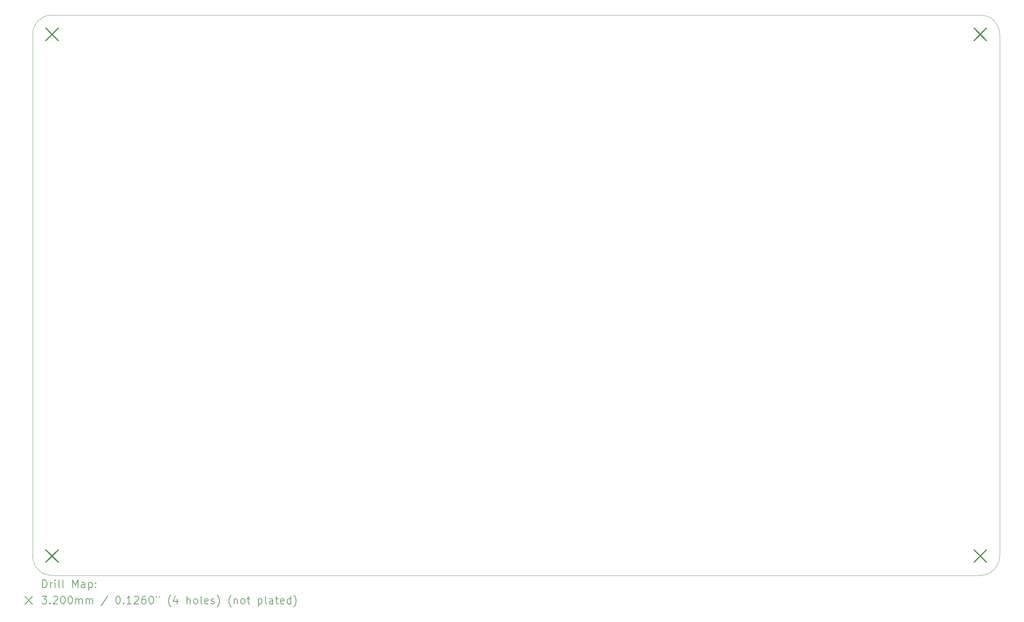
<source format=gbr>
%TF.GenerationSoftware,KiCad,Pcbnew,7.0.10*%
%TF.CreationDate,2024-12-17T12:17:09-06:00*%
%TF.ProjectId,karca_v2,6b617263-615f-4763-922e-6b696361645f,rev?*%
%TF.SameCoordinates,Original*%
%TF.FileFunction,Drillmap*%
%TF.FilePolarity,Positive*%
%FSLAX45Y45*%
G04 Gerber Fmt 4.5, Leading zero omitted, Abs format (unit mm)*
G04 Created by KiCad (PCBNEW 7.0.10) date 2024-12-17 12:17:09*
%MOMM*%
%LPD*%
G01*
G04 APERTURE LIST*
%ADD10C,0.100000*%
%ADD11C,0.200000*%
%ADD12C,0.320000*%
G04 APERTURE END LIST*
D10*
X3088640Y-18138520D02*
G75*
G03*
X3588640Y-18638520I500000J0D01*
G01*
X3088640Y-18138520D02*
X3088640Y-4638520D01*
X27588640Y-18638520D02*
G75*
G03*
X28088640Y-18138520I0J500000D01*
G01*
X28088640Y-4638520D02*
X28088640Y-18138520D01*
X3588640Y-4138520D02*
X27588640Y-4138520D01*
X28088640Y-4638520D02*
G75*
G03*
X27588640Y-4138520I-500000J0D01*
G01*
X27588640Y-18638520D02*
X3588640Y-18638520D01*
X3588640Y-4138520D02*
G75*
G03*
X3088640Y-4638520I0J-500000D01*
G01*
D11*
D12*
X3428640Y-4478520D02*
X3748640Y-4798520D01*
X3748640Y-4478520D02*
X3428640Y-4798520D01*
X3428640Y-17978520D02*
X3748640Y-18298520D01*
X3748640Y-17978520D02*
X3428640Y-18298520D01*
X27428640Y-4478520D02*
X27748640Y-4798520D01*
X27748640Y-4478520D02*
X27428640Y-4798520D01*
X27428640Y-17978520D02*
X27748640Y-18298520D01*
X27748640Y-17978520D02*
X27428640Y-18298520D01*
D11*
X3344417Y-18955004D02*
X3344417Y-18755004D01*
X3344417Y-18755004D02*
X3392036Y-18755004D01*
X3392036Y-18755004D02*
X3420607Y-18764528D01*
X3420607Y-18764528D02*
X3439655Y-18783575D01*
X3439655Y-18783575D02*
X3449179Y-18802623D01*
X3449179Y-18802623D02*
X3458702Y-18840718D01*
X3458702Y-18840718D02*
X3458702Y-18869290D01*
X3458702Y-18869290D02*
X3449179Y-18907385D01*
X3449179Y-18907385D02*
X3439655Y-18926432D01*
X3439655Y-18926432D02*
X3420607Y-18945480D01*
X3420607Y-18945480D02*
X3392036Y-18955004D01*
X3392036Y-18955004D02*
X3344417Y-18955004D01*
X3544417Y-18955004D02*
X3544417Y-18821670D01*
X3544417Y-18859766D02*
X3553941Y-18840718D01*
X3553941Y-18840718D02*
X3563464Y-18831194D01*
X3563464Y-18831194D02*
X3582512Y-18821670D01*
X3582512Y-18821670D02*
X3601560Y-18821670D01*
X3668226Y-18955004D02*
X3668226Y-18821670D01*
X3668226Y-18755004D02*
X3658702Y-18764528D01*
X3658702Y-18764528D02*
X3668226Y-18774051D01*
X3668226Y-18774051D02*
X3677750Y-18764528D01*
X3677750Y-18764528D02*
X3668226Y-18755004D01*
X3668226Y-18755004D02*
X3668226Y-18774051D01*
X3792036Y-18955004D02*
X3772988Y-18945480D01*
X3772988Y-18945480D02*
X3763464Y-18926432D01*
X3763464Y-18926432D02*
X3763464Y-18755004D01*
X3896798Y-18955004D02*
X3877750Y-18945480D01*
X3877750Y-18945480D02*
X3868226Y-18926432D01*
X3868226Y-18926432D02*
X3868226Y-18755004D01*
X4125369Y-18955004D02*
X4125369Y-18755004D01*
X4125369Y-18755004D02*
X4192036Y-18897861D01*
X4192036Y-18897861D02*
X4258703Y-18755004D01*
X4258703Y-18755004D02*
X4258703Y-18955004D01*
X4439655Y-18955004D02*
X4439655Y-18850242D01*
X4439655Y-18850242D02*
X4430131Y-18831194D01*
X4430131Y-18831194D02*
X4411084Y-18821670D01*
X4411084Y-18821670D02*
X4372988Y-18821670D01*
X4372988Y-18821670D02*
X4353941Y-18831194D01*
X4439655Y-18945480D02*
X4420607Y-18955004D01*
X4420607Y-18955004D02*
X4372988Y-18955004D01*
X4372988Y-18955004D02*
X4353941Y-18945480D01*
X4353941Y-18945480D02*
X4344417Y-18926432D01*
X4344417Y-18926432D02*
X4344417Y-18907385D01*
X4344417Y-18907385D02*
X4353941Y-18888337D01*
X4353941Y-18888337D02*
X4372988Y-18878813D01*
X4372988Y-18878813D02*
X4420607Y-18878813D01*
X4420607Y-18878813D02*
X4439655Y-18869290D01*
X4534893Y-18821670D02*
X4534893Y-19021670D01*
X4534893Y-18831194D02*
X4553941Y-18821670D01*
X4553941Y-18821670D02*
X4592036Y-18821670D01*
X4592036Y-18821670D02*
X4611084Y-18831194D01*
X4611084Y-18831194D02*
X4620607Y-18840718D01*
X4620607Y-18840718D02*
X4630131Y-18859766D01*
X4630131Y-18859766D02*
X4630131Y-18916909D01*
X4630131Y-18916909D02*
X4620607Y-18935956D01*
X4620607Y-18935956D02*
X4611084Y-18945480D01*
X4611084Y-18945480D02*
X4592036Y-18955004D01*
X4592036Y-18955004D02*
X4553941Y-18955004D01*
X4553941Y-18955004D02*
X4534893Y-18945480D01*
X4715845Y-18935956D02*
X4725369Y-18945480D01*
X4725369Y-18945480D02*
X4715845Y-18955004D01*
X4715845Y-18955004D02*
X4706322Y-18945480D01*
X4706322Y-18945480D02*
X4715845Y-18935956D01*
X4715845Y-18935956D02*
X4715845Y-18955004D01*
X4715845Y-18831194D02*
X4725369Y-18840718D01*
X4725369Y-18840718D02*
X4715845Y-18850242D01*
X4715845Y-18850242D02*
X4706322Y-18840718D01*
X4706322Y-18840718D02*
X4715845Y-18831194D01*
X4715845Y-18831194D02*
X4715845Y-18850242D01*
X2883640Y-19183520D02*
X3083640Y-19383520D01*
X3083640Y-19183520D02*
X2883640Y-19383520D01*
X3325369Y-19175004D02*
X3449179Y-19175004D01*
X3449179Y-19175004D02*
X3382512Y-19251194D01*
X3382512Y-19251194D02*
X3411083Y-19251194D01*
X3411083Y-19251194D02*
X3430131Y-19260718D01*
X3430131Y-19260718D02*
X3439655Y-19270242D01*
X3439655Y-19270242D02*
X3449179Y-19289290D01*
X3449179Y-19289290D02*
X3449179Y-19336909D01*
X3449179Y-19336909D02*
X3439655Y-19355956D01*
X3439655Y-19355956D02*
X3430131Y-19365480D01*
X3430131Y-19365480D02*
X3411083Y-19375004D01*
X3411083Y-19375004D02*
X3353941Y-19375004D01*
X3353941Y-19375004D02*
X3334893Y-19365480D01*
X3334893Y-19365480D02*
X3325369Y-19355956D01*
X3534893Y-19355956D02*
X3544417Y-19365480D01*
X3544417Y-19365480D02*
X3534893Y-19375004D01*
X3534893Y-19375004D02*
X3525369Y-19365480D01*
X3525369Y-19365480D02*
X3534893Y-19355956D01*
X3534893Y-19355956D02*
X3534893Y-19375004D01*
X3620607Y-19194051D02*
X3630131Y-19184528D01*
X3630131Y-19184528D02*
X3649179Y-19175004D01*
X3649179Y-19175004D02*
X3696798Y-19175004D01*
X3696798Y-19175004D02*
X3715845Y-19184528D01*
X3715845Y-19184528D02*
X3725369Y-19194051D01*
X3725369Y-19194051D02*
X3734893Y-19213099D01*
X3734893Y-19213099D02*
X3734893Y-19232147D01*
X3734893Y-19232147D02*
X3725369Y-19260718D01*
X3725369Y-19260718D02*
X3611083Y-19375004D01*
X3611083Y-19375004D02*
X3734893Y-19375004D01*
X3858702Y-19175004D02*
X3877750Y-19175004D01*
X3877750Y-19175004D02*
X3896798Y-19184528D01*
X3896798Y-19184528D02*
X3906322Y-19194051D01*
X3906322Y-19194051D02*
X3915845Y-19213099D01*
X3915845Y-19213099D02*
X3925369Y-19251194D01*
X3925369Y-19251194D02*
X3925369Y-19298813D01*
X3925369Y-19298813D02*
X3915845Y-19336909D01*
X3915845Y-19336909D02*
X3906322Y-19355956D01*
X3906322Y-19355956D02*
X3896798Y-19365480D01*
X3896798Y-19365480D02*
X3877750Y-19375004D01*
X3877750Y-19375004D02*
X3858702Y-19375004D01*
X3858702Y-19375004D02*
X3839655Y-19365480D01*
X3839655Y-19365480D02*
X3830131Y-19355956D01*
X3830131Y-19355956D02*
X3820607Y-19336909D01*
X3820607Y-19336909D02*
X3811083Y-19298813D01*
X3811083Y-19298813D02*
X3811083Y-19251194D01*
X3811083Y-19251194D02*
X3820607Y-19213099D01*
X3820607Y-19213099D02*
X3830131Y-19194051D01*
X3830131Y-19194051D02*
X3839655Y-19184528D01*
X3839655Y-19184528D02*
X3858702Y-19175004D01*
X4049179Y-19175004D02*
X4068226Y-19175004D01*
X4068226Y-19175004D02*
X4087274Y-19184528D01*
X4087274Y-19184528D02*
X4096798Y-19194051D01*
X4096798Y-19194051D02*
X4106322Y-19213099D01*
X4106322Y-19213099D02*
X4115845Y-19251194D01*
X4115845Y-19251194D02*
X4115845Y-19298813D01*
X4115845Y-19298813D02*
X4106322Y-19336909D01*
X4106322Y-19336909D02*
X4096798Y-19355956D01*
X4096798Y-19355956D02*
X4087274Y-19365480D01*
X4087274Y-19365480D02*
X4068226Y-19375004D01*
X4068226Y-19375004D02*
X4049179Y-19375004D01*
X4049179Y-19375004D02*
X4030131Y-19365480D01*
X4030131Y-19365480D02*
X4020607Y-19355956D01*
X4020607Y-19355956D02*
X4011083Y-19336909D01*
X4011083Y-19336909D02*
X4001560Y-19298813D01*
X4001560Y-19298813D02*
X4001560Y-19251194D01*
X4001560Y-19251194D02*
X4011083Y-19213099D01*
X4011083Y-19213099D02*
X4020607Y-19194051D01*
X4020607Y-19194051D02*
X4030131Y-19184528D01*
X4030131Y-19184528D02*
X4049179Y-19175004D01*
X4201560Y-19375004D02*
X4201560Y-19241670D01*
X4201560Y-19260718D02*
X4211084Y-19251194D01*
X4211084Y-19251194D02*
X4230131Y-19241670D01*
X4230131Y-19241670D02*
X4258703Y-19241670D01*
X4258703Y-19241670D02*
X4277750Y-19251194D01*
X4277750Y-19251194D02*
X4287274Y-19270242D01*
X4287274Y-19270242D02*
X4287274Y-19375004D01*
X4287274Y-19270242D02*
X4296798Y-19251194D01*
X4296798Y-19251194D02*
X4315845Y-19241670D01*
X4315845Y-19241670D02*
X4344417Y-19241670D01*
X4344417Y-19241670D02*
X4363465Y-19251194D01*
X4363465Y-19251194D02*
X4372988Y-19270242D01*
X4372988Y-19270242D02*
X4372988Y-19375004D01*
X4468226Y-19375004D02*
X4468226Y-19241670D01*
X4468226Y-19260718D02*
X4477750Y-19251194D01*
X4477750Y-19251194D02*
X4496798Y-19241670D01*
X4496798Y-19241670D02*
X4525369Y-19241670D01*
X4525369Y-19241670D02*
X4544417Y-19251194D01*
X4544417Y-19251194D02*
X4553941Y-19270242D01*
X4553941Y-19270242D02*
X4553941Y-19375004D01*
X4553941Y-19270242D02*
X4563465Y-19251194D01*
X4563465Y-19251194D02*
X4582512Y-19241670D01*
X4582512Y-19241670D02*
X4611084Y-19241670D01*
X4611084Y-19241670D02*
X4630131Y-19251194D01*
X4630131Y-19251194D02*
X4639655Y-19270242D01*
X4639655Y-19270242D02*
X4639655Y-19375004D01*
X5030131Y-19165480D02*
X4858703Y-19422623D01*
X5287274Y-19175004D02*
X5306322Y-19175004D01*
X5306322Y-19175004D02*
X5325369Y-19184528D01*
X5325369Y-19184528D02*
X5334893Y-19194051D01*
X5334893Y-19194051D02*
X5344417Y-19213099D01*
X5344417Y-19213099D02*
X5353941Y-19251194D01*
X5353941Y-19251194D02*
X5353941Y-19298813D01*
X5353941Y-19298813D02*
X5344417Y-19336909D01*
X5344417Y-19336909D02*
X5334893Y-19355956D01*
X5334893Y-19355956D02*
X5325369Y-19365480D01*
X5325369Y-19365480D02*
X5306322Y-19375004D01*
X5306322Y-19375004D02*
X5287274Y-19375004D01*
X5287274Y-19375004D02*
X5268227Y-19365480D01*
X5268227Y-19365480D02*
X5258703Y-19355956D01*
X5258703Y-19355956D02*
X5249179Y-19336909D01*
X5249179Y-19336909D02*
X5239655Y-19298813D01*
X5239655Y-19298813D02*
X5239655Y-19251194D01*
X5239655Y-19251194D02*
X5249179Y-19213099D01*
X5249179Y-19213099D02*
X5258703Y-19194051D01*
X5258703Y-19194051D02*
X5268227Y-19184528D01*
X5268227Y-19184528D02*
X5287274Y-19175004D01*
X5439655Y-19355956D02*
X5449179Y-19365480D01*
X5449179Y-19365480D02*
X5439655Y-19375004D01*
X5439655Y-19375004D02*
X5430131Y-19365480D01*
X5430131Y-19365480D02*
X5439655Y-19355956D01*
X5439655Y-19355956D02*
X5439655Y-19375004D01*
X5639655Y-19375004D02*
X5525369Y-19375004D01*
X5582512Y-19375004D02*
X5582512Y-19175004D01*
X5582512Y-19175004D02*
X5563465Y-19203575D01*
X5563465Y-19203575D02*
X5544417Y-19222623D01*
X5544417Y-19222623D02*
X5525369Y-19232147D01*
X5715846Y-19194051D02*
X5725369Y-19184528D01*
X5725369Y-19184528D02*
X5744417Y-19175004D01*
X5744417Y-19175004D02*
X5792036Y-19175004D01*
X5792036Y-19175004D02*
X5811084Y-19184528D01*
X5811084Y-19184528D02*
X5820607Y-19194051D01*
X5820607Y-19194051D02*
X5830131Y-19213099D01*
X5830131Y-19213099D02*
X5830131Y-19232147D01*
X5830131Y-19232147D02*
X5820607Y-19260718D01*
X5820607Y-19260718D02*
X5706322Y-19375004D01*
X5706322Y-19375004D02*
X5830131Y-19375004D01*
X6001560Y-19175004D02*
X5963465Y-19175004D01*
X5963465Y-19175004D02*
X5944417Y-19184528D01*
X5944417Y-19184528D02*
X5934893Y-19194051D01*
X5934893Y-19194051D02*
X5915846Y-19222623D01*
X5915846Y-19222623D02*
X5906322Y-19260718D01*
X5906322Y-19260718D02*
X5906322Y-19336909D01*
X5906322Y-19336909D02*
X5915846Y-19355956D01*
X5915846Y-19355956D02*
X5925369Y-19365480D01*
X5925369Y-19365480D02*
X5944417Y-19375004D01*
X5944417Y-19375004D02*
X5982512Y-19375004D01*
X5982512Y-19375004D02*
X6001560Y-19365480D01*
X6001560Y-19365480D02*
X6011084Y-19355956D01*
X6011084Y-19355956D02*
X6020607Y-19336909D01*
X6020607Y-19336909D02*
X6020607Y-19289290D01*
X6020607Y-19289290D02*
X6011084Y-19270242D01*
X6011084Y-19270242D02*
X6001560Y-19260718D01*
X6001560Y-19260718D02*
X5982512Y-19251194D01*
X5982512Y-19251194D02*
X5944417Y-19251194D01*
X5944417Y-19251194D02*
X5925369Y-19260718D01*
X5925369Y-19260718D02*
X5915846Y-19270242D01*
X5915846Y-19270242D02*
X5906322Y-19289290D01*
X6144417Y-19175004D02*
X6163465Y-19175004D01*
X6163465Y-19175004D02*
X6182512Y-19184528D01*
X6182512Y-19184528D02*
X6192036Y-19194051D01*
X6192036Y-19194051D02*
X6201560Y-19213099D01*
X6201560Y-19213099D02*
X6211084Y-19251194D01*
X6211084Y-19251194D02*
X6211084Y-19298813D01*
X6211084Y-19298813D02*
X6201560Y-19336909D01*
X6201560Y-19336909D02*
X6192036Y-19355956D01*
X6192036Y-19355956D02*
X6182512Y-19365480D01*
X6182512Y-19365480D02*
X6163465Y-19375004D01*
X6163465Y-19375004D02*
X6144417Y-19375004D01*
X6144417Y-19375004D02*
X6125369Y-19365480D01*
X6125369Y-19365480D02*
X6115846Y-19355956D01*
X6115846Y-19355956D02*
X6106322Y-19336909D01*
X6106322Y-19336909D02*
X6096798Y-19298813D01*
X6096798Y-19298813D02*
X6096798Y-19251194D01*
X6096798Y-19251194D02*
X6106322Y-19213099D01*
X6106322Y-19213099D02*
X6115846Y-19194051D01*
X6115846Y-19194051D02*
X6125369Y-19184528D01*
X6125369Y-19184528D02*
X6144417Y-19175004D01*
X6287274Y-19175004D02*
X6287274Y-19213099D01*
X6363465Y-19175004D02*
X6363465Y-19213099D01*
X6658703Y-19451194D02*
X6649179Y-19441670D01*
X6649179Y-19441670D02*
X6630131Y-19413099D01*
X6630131Y-19413099D02*
X6620608Y-19394051D01*
X6620608Y-19394051D02*
X6611084Y-19365480D01*
X6611084Y-19365480D02*
X6601560Y-19317861D01*
X6601560Y-19317861D02*
X6601560Y-19279766D01*
X6601560Y-19279766D02*
X6611084Y-19232147D01*
X6611084Y-19232147D02*
X6620608Y-19203575D01*
X6620608Y-19203575D02*
X6630131Y-19184528D01*
X6630131Y-19184528D02*
X6649179Y-19155956D01*
X6649179Y-19155956D02*
X6658703Y-19146432D01*
X6820608Y-19241670D02*
X6820608Y-19375004D01*
X6772988Y-19165480D02*
X6725369Y-19308337D01*
X6725369Y-19308337D02*
X6849179Y-19308337D01*
X7077750Y-19375004D02*
X7077750Y-19175004D01*
X7163465Y-19375004D02*
X7163465Y-19270242D01*
X7163465Y-19270242D02*
X7153941Y-19251194D01*
X7153941Y-19251194D02*
X7134893Y-19241670D01*
X7134893Y-19241670D02*
X7106322Y-19241670D01*
X7106322Y-19241670D02*
X7087274Y-19251194D01*
X7087274Y-19251194D02*
X7077750Y-19260718D01*
X7287274Y-19375004D02*
X7268227Y-19365480D01*
X7268227Y-19365480D02*
X7258703Y-19355956D01*
X7258703Y-19355956D02*
X7249179Y-19336909D01*
X7249179Y-19336909D02*
X7249179Y-19279766D01*
X7249179Y-19279766D02*
X7258703Y-19260718D01*
X7258703Y-19260718D02*
X7268227Y-19251194D01*
X7268227Y-19251194D02*
X7287274Y-19241670D01*
X7287274Y-19241670D02*
X7315846Y-19241670D01*
X7315846Y-19241670D02*
X7334893Y-19251194D01*
X7334893Y-19251194D02*
X7344417Y-19260718D01*
X7344417Y-19260718D02*
X7353941Y-19279766D01*
X7353941Y-19279766D02*
X7353941Y-19336909D01*
X7353941Y-19336909D02*
X7344417Y-19355956D01*
X7344417Y-19355956D02*
X7334893Y-19365480D01*
X7334893Y-19365480D02*
X7315846Y-19375004D01*
X7315846Y-19375004D02*
X7287274Y-19375004D01*
X7468227Y-19375004D02*
X7449179Y-19365480D01*
X7449179Y-19365480D02*
X7439655Y-19346432D01*
X7439655Y-19346432D02*
X7439655Y-19175004D01*
X7620608Y-19365480D02*
X7601560Y-19375004D01*
X7601560Y-19375004D02*
X7563465Y-19375004D01*
X7563465Y-19375004D02*
X7544417Y-19365480D01*
X7544417Y-19365480D02*
X7534893Y-19346432D01*
X7534893Y-19346432D02*
X7534893Y-19270242D01*
X7534893Y-19270242D02*
X7544417Y-19251194D01*
X7544417Y-19251194D02*
X7563465Y-19241670D01*
X7563465Y-19241670D02*
X7601560Y-19241670D01*
X7601560Y-19241670D02*
X7620608Y-19251194D01*
X7620608Y-19251194D02*
X7630131Y-19270242D01*
X7630131Y-19270242D02*
X7630131Y-19289290D01*
X7630131Y-19289290D02*
X7534893Y-19308337D01*
X7706322Y-19365480D02*
X7725370Y-19375004D01*
X7725370Y-19375004D02*
X7763465Y-19375004D01*
X7763465Y-19375004D02*
X7782512Y-19365480D01*
X7782512Y-19365480D02*
X7792036Y-19346432D01*
X7792036Y-19346432D02*
X7792036Y-19336909D01*
X7792036Y-19336909D02*
X7782512Y-19317861D01*
X7782512Y-19317861D02*
X7763465Y-19308337D01*
X7763465Y-19308337D02*
X7734893Y-19308337D01*
X7734893Y-19308337D02*
X7715846Y-19298813D01*
X7715846Y-19298813D02*
X7706322Y-19279766D01*
X7706322Y-19279766D02*
X7706322Y-19270242D01*
X7706322Y-19270242D02*
X7715846Y-19251194D01*
X7715846Y-19251194D02*
X7734893Y-19241670D01*
X7734893Y-19241670D02*
X7763465Y-19241670D01*
X7763465Y-19241670D02*
X7782512Y-19251194D01*
X7858703Y-19451194D02*
X7868227Y-19441670D01*
X7868227Y-19441670D02*
X7887274Y-19413099D01*
X7887274Y-19413099D02*
X7896798Y-19394051D01*
X7896798Y-19394051D02*
X7906322Y-19365480D01*
X7906322Y-19365480D02*
X7915846Y-19317861D01*
X7915846Y-19317861D02*
X7915846Y-19279766D01*
X7915846Y-19279766D02*
X7906322Y-19232147D01*
X7906322Y-19232147D02*
X7896798Y-19203575D01*
X7896798Y-19203575D02*
X7887274Y-19184528D01*
X7887274Y-19184528D02*
X7868227Y-19155956D01*
X7868227Y-19155956D02*
X7858703Y-19146432D01*
X8220608Y-19451194D02*
X8211084Y-19441670D01*
X8211084Y-19441670D02*
X8192036Y-19413099D01*
X8192036Y-19413099D02*
X8182512Y-19394051D01*
X8182512Y-19394051D02*
X8172989Y-19365480D01*
X8172989Y-19365480D02*
X8163465Y-19317861D01*
X8163465Y-19317861D02*
X8163465Y-19279766D01*
X8163465Y-19279766D02*
X8172989Y-19232147D01*
X8172989Y-19232147D02*
X8182512Y-19203575D01*
X8182512Y-19203575D02*
X8192036Y-19184528D01*
X8192036Y-19184528D02*
X8211084Y-19155956D01*
X8211084Y-19155956D02*
X8220608Y-19146432D01*
X8296798Y-19241670D02*
X8296798Y-19375004D01*
X8296798Y-19260718D02*
X8306322Y-19251194D01*
X8306322Y-19251194D02*
X8325370Y-19241670D01*
X8325370Y-19241670D02*
X8353941Y-19241670D01*
X8353941Y-19241670D02*
X8372989Y-19251194D01*
X8372989Y-19251194D02*
X8382512Y-19270242D01*
X8382512Y-19270242D02*
X8382512Y-19375004D01*
X8506322Y-19375004D02*
X8487274Y-19365480D01*
X8487274Y-19365480D02*
X8477751Y-19355956D01*
X8477751Y-19355956D02*
X8468227Y-19336909D01*
X8468227Y-19336909D02*
X8468227Y-19279766D01*
X8468227Y-19279766D02*
X8477751Y-19260718D01*
X8477751Y-19260718D02*
X8487274Y-19251194D01*
X8487274Y-19251194D02*
X8506322Y-19241670D01*
X8506322Y-19241670D02*
X8534894Y-19241670D01*
X8534894Y-19241670D02*
X8553941Y-19251194D01*
X8553941Y-19251194D02*
X8563465Y-19260718D01*
X8563465Y-19260718D02*
X8572989Y-19279766D01*
X8572989Y-19279766D02*
X8572989Y-19336909D01*
X8572989Y-19336909D02*
X8563465Y-19355956D01*
X8563465Y-19355956D02*
X8553941Y-19365480D01*
X8553941Y-19365480D02*
X8534894Y-19375004D01*
X8534894Y-19375004D02*
X8506322Y-19375004D01*
X8630132Y-19241670D02*
X8706322Y-19241670D01*
X8658703Y-19175004D02*
X8658703Y-19346432D01*
X8658703Y-19346432D02*
X8668227Y-19365480D01*
X8668227Y-19365480D02*
X8687274Y-19375004D01*
X8687274Y-19375004D02*
X8706322Y-19375004D01*
X8925370Y-19241670D02*
X8925370Y-19441670D01*
X8925370Y-19251194D02*
X8944417Y-19241670D01*
X8944417Y-19241670D02*
X8982513Y-19241670D01*
X8982513Y-19241670D02*
X9001560Y-19251194D01*
X9001560Y-19251194D02*
X9011084Y-19260718D01*
X9011084Y-19260718D02*
X9020608Y-19279766D01*
X9020608Y-19279766D02*
X9020608Y-19336909D01*
X9020608Y-19336909D02*
X9011084Y-19355956D01*
X9011084Y-19355956D02*
X9001560Y-19365480D01*
X9001560Y-19365480D02*
X8982513Y-19375004D01*
X8982513Y-19375004D02*
X8944417Y-19375004D01*
X8944417Y-19375004D02*
X8925370Y-19365480D01*
X9134894Y-19375004D02*
X9115846Y-19365480D01*
X9115846Y-19365480D02*
X9106322Y-19346432D01*
X9106322Y-19346432D02*
X9106322Y-19175004D01*
X9296798Y-19375004D02*
X9296798Y-19270242D01*
X9296798Y-19270242D02*
X9287275Y-19251194D01*
X9287275Y-19251194D02*
X9268227Y-19241670D01*
X9268227Y-19241670D02*
X9230132Y-19241670D01*
X9230132Y-19241670D02*
X9211084Y-19251194D01*
X9296798Y-19365480D02*
X9277751Y-19375004D01*
X9277751Y-19375004D02*
X9230132Y-19375004D01*
X9230132Y-19375004D02*
X9211084Y-19365480D01*
X9211084Y-19365480D02*
X9201560Y-19346432D01*
X9201560Y-19346432D02*
X9201560Y-19327385D01*
X9201560Y-19327385D02*
X9211084Y-19308337D01*
X9211084Y-19308337D02*
X9230132Y-19298813D01*
X9230132Y-19298813D02*
X9277751Y-19298813D01*
X9277751Y-19298813D02*
X9296798Y-19289290D01*
X9363465Y-19241670D02*
X9439655Y-19241670D01*
X9392036Y-19175004D02*
X9392036Y-19346432D01*
X9392036Y-19346432D02*
X9401560Y-19365480D01*
X9401560Y-19365480D02*
X9420608Y-19375004D01*
X9420608Y-19375004D02*
X9439655Y-19375004D01*
X9582513Y-19365480D02*
X9563465Y-19375004D01*
X9563465Y-19375004D02*
X9525370Y-19375004D01*
X9525370Y-19375004D02*
X9506322Y-19365480D01*
X9506322Y-19365480D02*
X9496798Y-19346432D01*
X9496798Y-19346432D02*
X9496798Y-19270242D01*
X9496798Y-19270242D02*
X9506322Y-19251194D01*
X9506322Y-19251194D02*
X9525370Y-19241670D01*
X9525370Y-19241670D02*
X9563465Y-19241670D01*
X9563465Y-19241670D02*
X9582513Y-19251194D01*
X9582513Y-19251194D02*
X9592036Y-19270242D01*
X9592036Y-19270242D02*
X9592036Y-19289290D01*
X9592036Y-19289290D02*
X9496798Y-19308337D01*
X9763465Y-19375004D02*
X9763465Y-19175004D01*
X9763465Y-19365480D02*
X9744417Y-19375004D01*
X9744417Y-19375004D02*
X9706322Y-19375004D01*
X9706322Y-19375004D02*
X9687275Y-19365480D01*
X9687275Y-19365480D02*
X9677751Y-19355956D01*
X9677751Y-19355956D02*
X9668227Y-19336909D01*
X9668227Y-19336909D02*
X9668227Y-19279766D01*
X9668227Y-19279766D02*
X9677751Y-19260718D01*
X9677751Y-19260718D02*
X9687275Y-19251194D01*
X9687275Y-19251194D02*
X9706322Y-19241670D01*
X9706322Y-19241670D02*
X9744417Y-19241670D01*
X9744417Y-19241670D02*
X9763465Y-19251194D01*
X9839656Y-19451194D02*
X9849179Y-19441670D01*
X9849179Y-19441670D02*
X9868227Y-19413099D01*
X9868227Y-19413099D02*
X9877751Y-19394051D01*
X9877751Y-19394051D02*
X9887275Y-19365480D01*
X9887275Y-19365480D02*
X9896798Y-19317861D01*
X9896798Y-19317861D02*
X9896798Y-19279766D01*
X9896798Y-19279766D02*
X9887275Y-19232147D01*
X9887275Y-19232147D02*
X9877751Y-19203575D01*
X9877751Y-19203575D02*
X9868227Y-19184528D01*
X9868227Y-19184528D02*
X9849179Y-19155956D01*
X9849179Y-19155956D02*
X9839656Y-19146432D01*
M02*

</source>
